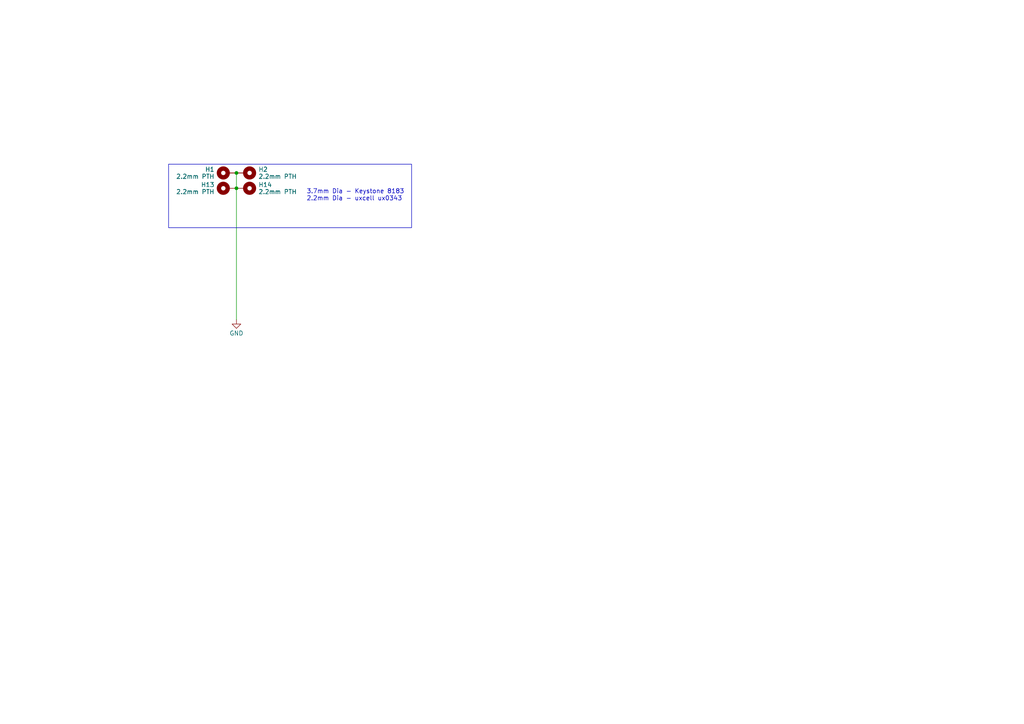
<source format=kicad_sch>
(kicad_sch (version 20230121) (generator eeschema)
  (paper "A4")
  (lib_symbols
    (symbol "Mechanical:MountingHole_Pad" (pin_numbers hide) (pin_names (offset 1.016) hide)
      (property "Reference" "H" (at 0 6.35 0))
      (property "Value" "MountingHole_Pad" (at 0 4.445 0))
      (symbol "MountingHole_Pad_0_1"
        (circle (center 0 1.27) (radius 1.27) (stroke (width 1.27)))
      )
      (symbol "MountingHole_Pad_1_1"
        (pin input line (at 0 -2.54 90) (length 2.54) (name "1") (number "1"))
      )
    )
    (symbol "power:GND" (power) (pin_names (offset 0))
      (property "Value" "GND" (at 0 -3.81 0))
      (symbol "GND_0_1"
        (polyline (pts (xy 0 0) (xy 0 -1.27) (xy 1.27 -1.27) (xy 0 -2.54) (xy -1.27 -1.27) (xy 0 -1.27)))
      )
      (symbol "GND_1_1"
        (pin power_in line (at 0 0 270) (length 0) hide (name "GND") (number "1"))
      )
    )
  )
  (junction (at 68.58 50.165))
  (junction (at 68.58 54.61))
  (wire (pts (xy 68.58 54.61) (xy 68.58 92.71)))
  (wire (pts (xy 68.58 50.165) (xy 68.58 54.61)))
  (rectangle (start 48.895 47.625) (end 119.38 66.04))
  (text "3.7mm Dia - Keystone 8183\n2.2mm Dia - uxcell ux0343" (at 88.9 58.42 0) (effects (font (size 1.27 1.27)) (justify left bottom)))
  (symbol (lib_id "Mechanical:MountingHole_Pad") (at 66.04 50.165 90) (mirror x) (unit 1)
    (property "Reference" "H1" (at 62.23 49.141 90) (effects (justify left)))
    (property "Value" "2.2mm PTH" (at 62.23 51.189 90) (effects (justify left)))
    (property "Footprint" "MountingHole:MountingHole_2.2mm_M2_Pad" (effects hide))
  )
  (symbol (lib_id "Mechanical:MountingHole_Pad") (at 66.04 54.61 90) (mirror x) (unit 1)
    (property "Reference" "H13" (at 62.23 53.586 90) (effects (justify left)))
    (property "Value" "2.2mm PTH" (at 62.23 55.634 90) (effects (justify left)))
    (property "Footprint" "MountingHole:MountingHole_2.2mm_M2_Pad" (effects hide))
  )
  (symbol (lib_id "Mechanical:MountingHole_Pad") (at 71.12 50.165 270) (unit 1)
    (property "Reference" "H2" (at 74.93 49.141 90) (effects (justify left)))
    (property "Value" "2.2mm PTH" (at 74.93 51.189 90) (effects (justify left)))
    (property "Footprint" "MountingHole:MountingHole_2.2mm_M2_Pad" (effects hide))
  )
  (symbol (lib_id "power:GND") (at 68.58 92.71 0) (unit 1)
    (property "Reference" "#PWR01" (effects hide))
    (property "Value" "GND" (at 68.58 96.655 0))
  )
  (symbol (lib_id "Mechanical:MountingHole_Pad") (at 71.12 54.61 270) (unit 1)
    (property "Reference" "H14" (at 74.93 53.586 90) (effects (justify left)))
    (property "Value" "2.2mm PTH" (at 74.93 55.634 90) (effects (justify left)))
    (property "Footprint" "MountingHole:MountingHole_2.2mm_M2_Pad" (effects hide))
  )
)
</source>
